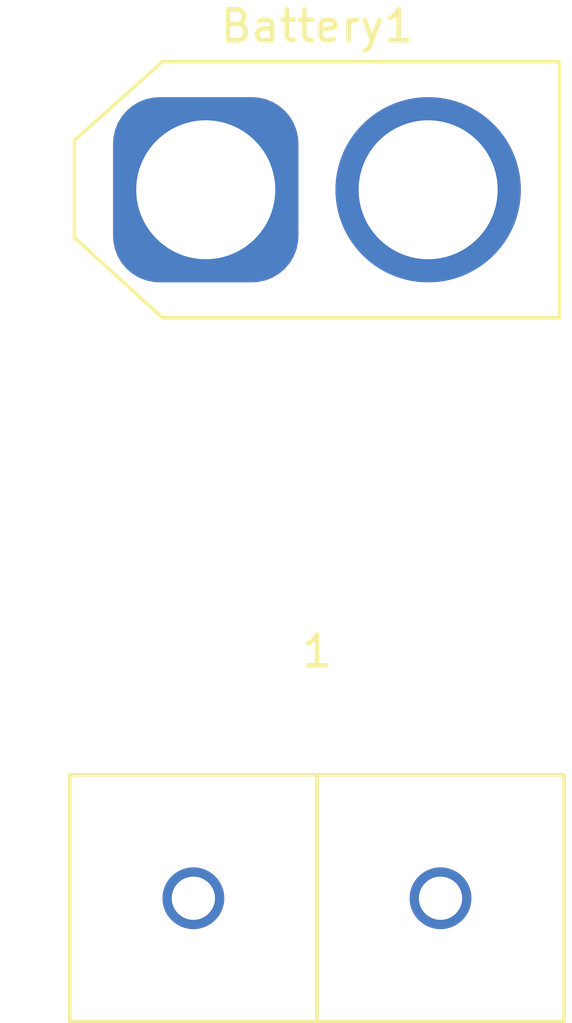
<source format=kicad_pcb>
(kicad_pcb (version 20211014) (generator pcbnew)
  (layers (0 "F.Cu" signal) (31 "B.Cu" signal) (34 "B.Paste" user) (35 "F.Paste" user) (36 "B.SilkS" user "B.Silkscreen") (37 "F.SilkS" user "F.Silkscreen") (38 "B.Mask" user) (39 "F.Mask" user) (44 "Edge.Cuts" user))
  (net 0 "")
  (net 1 "GND")
  (net 2 "/12V")
  (footprint "PiE_Footprints:anderson_horizontal" (layer "F.Cu") (at 30.48 44.355)
    (fp_text reference "1" (at 0 -4 unlocked) (layer "F.SilkS"))
    (fp_text value "Anderson_Horizontal")
    (fp_rect (start 0 0) (end 8 8) (layer "F.SilkS") (width 0.12) (fill none))
    (fp_rect (start 0 0) (end -8 8) (layer "F.SilkS") (width 0.12) (fill none))
    (pad "1" thru_hole circle (at 4 4) (size 2 2) (drill 1.4) (layers *.Cu *.Mask))
    (pad "2" thru_hole circle (at -4 4) (size 2 2) (drill 1.4) (layers *.Cu *.Mask))
  )
  (footprint "PiE_Footprints:XT60_F" (layer "F.Cu") (at 26.88 25.4)
    (fp_text reference "Battery1" (at 3.6 -5.3 180) (layer "F.SilkS"))
    (fp_text value "XT60_F")
    (fp_line (start -4.25 1.55) (end -1.4 4.15) (layer "F.SilkS") (width 0.12))
    (fp_line (start 11.45 4.15) (end 11.45 -4.15) (layer "F.SilkS") (width 0.12))
    (fp_line (start 11.45 -4.15) (end -1.4 -4.15) (layer "F.SilkS") (width 0.12))
    (fp_line (start -1.4 -4.15) (end -4.25 -1.6) (layer "F.SilkS") (width 0.12))
    (fp_line (start -4.25 -1.6) (end -4.25 1.55) (layer "F.SilkS") (width 0.12))
    (fp_line (start -1.4 4.15) (end 11.45 4.15) (layer "F.SilkS") (width 0.12))
    (pad "1" thru_hole roundrect (at 0 0) (size 6 6) (drill 4.5) (layers *.Cu *.Mask) (net 1 "GND"))
    (pad "2" thru_hole circle (at 7.2 0) (size 6 6) (drill 4.5) (layers *.Cu *.Mask) (net 2 "/12V"))
  )
)
</source>
